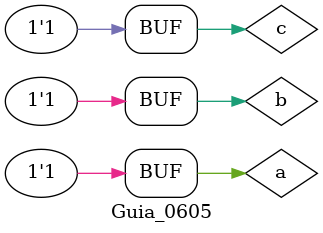
<source format=v>
/* 
Guia_0605.v 
855842 - Mateus Resende Ottoni

iverilog -o Guia_0605.vvp Guia_0605.v
vvp Guia_0605.vvp
*/



// Modulos
//----------------------------------------
module f05_base (output s,
                   input a, b, c);
       assign s = (~(~a | ~b) & ~(a & b)) | ~((b & c) | ~a) ;

endmodule
//----------------------------------------
module f05 (output s,
              input a, b, c);
       assign s = ~((b & c) | ~a) ;

endmodule
//----------------------------------------


// Modulo principal
module Guia_0605; 

// Definir dados
reg a, b, c;
wire w1, w2;
f05_base f05_1 (w1, a, b, c);
f05      f05_2 (w2, a, b, c);


 initial
  begin
   a = 1'b0;
   b = 1'b0;
   c = 1'b0;
  end


// Main 
initial 
begin : main 

$display ( "Guia_0605" );

/*	Mostrar valores em tabela 				*/
$display ( "" );
$display ( "______________________________________________________________________" );
$display ( "| a | b | c || ((a'+b')' * (a*b)') + ((b*c) + a')' || ((b*c) + a')' ||" );
$display ( "|---|---|---||-------------------------------------||---------------||" );
$monitor ( "| %b | %b | %b ||                                   %b ||             %b ||",
               a,   b,   c,                                     w1,               w2 );
/*								*/

/*	Atualizar valores		*/

#1  c = 1'b1;
#1  c = 1'b0; b = 1'b1;
#1  c = 1'b1;
#1  c = 1'b0; b = 1'b0; a = 1'b1;
#1  c = 1'b1;
#1  c = 1'b0; b = 1'b1;
#1  c = 1'b1;

/*					*/


end // main 

endmodule // Guia_0605

</source>
